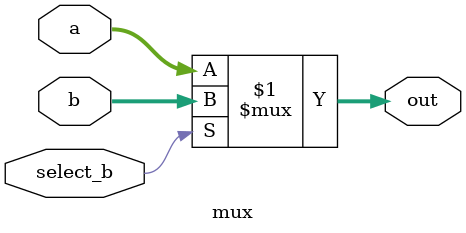
<source format=sv>
`timescale 1ns / 1ps


module mux(
    input logic [31:0] a,        // Input a
    input logic [31:0] b,        // Input b
    input logic select_b,   // Selection line
    output logic[31:0]out      // Output
);

// Ternary operator to select between a and b
assign out = select_b ? b : a;

endmodule


</source>
